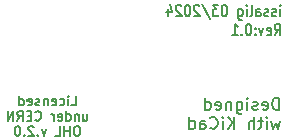
<source format=gbo>
%TF.GenerationSoftware,KiCad,Pcbnew,7.0.10-7.0.10~ubuntu22.04.1*%
%TF.CreationDate,2024-04-16T08:27:36+02:00*%
%TF.ProjectId,oric_comp_video,6f726963-5f63-46f6-9d70-5f766964656f,1*%
%TF.SameCoordinates,PX1b40518PY99d1710*%
%TF.FileFunction,Legend,Bot*%
%TF.FilePolarity,Positive*%
%FSLAX46Y46*%
G04 Gerber Fmt 4.6, Leading zero omitted, Abs format (unit mm)*
G04 Created by KiCad (PCBNEW 7.0.10-7.0.10~ubuntu22.04.1) date 2024-04-16 08:27:36*
%MOMM*%
%LPD*%
G01*
G04 APERTURE LIST*
%ADD10C,0.150000*%
%ADD11C,0.175000*%
G04 APERTURE END LIST*
D10*
X107530647Y71385305D02*
X107911599Y71385305D01*
X107911599Y71385305D02*
X107911599Y72185305D01*
X107263980Y71385305D02*
X107263980Y71918639D01*
X107263980Y72185305D02*
X107302076Y72147210D01*
X107302076Y72147210D02*
X107263980Y72109115D01*
X107263980Y72109115D02*
X107225885Y72147210D01*
X107225885Y72147210D02*
X107263980Y72185305D01*
X107263980Y72185305D02*
X107263980Y72109115D01*
X106540171Y71423400D02*
X106616362Y71385305D01*
X106616362Y71385305D02*
X106768743Y71385305D01*
X106768743Y71385305D02*
X106844933Y71423400D01*
X106844933Y71423400D02*
X106883028Y71461496D01*
X106883028Y71461496D02*
X106921124Y71537686D01*
X106921124Y71537686D02*
X106921124Y71766258D01*
X106921124Y71766258D02*
X106883028Y71842448D01*
X106883028Y71842448D02*
X106844933Y71880543D01*
X106844933Y71880543D02*
X106768743Y71918639D01*
X106768743Y71918639D02*
X106616362Y71918639D01*
X106616362Y71918639D02*
X106540171Y71880543D01*
X105892552Y71423400D02*
X105968743Y71385305D01*
X105968743Y71385305D02*
X106121124Y71385305D01*
X106121124Y71385305D02*
X106197314Y71423400D01*
X106197314Y71423400D02*
X106235410Y71499591D01*
X106235410Y71499591D02*
X106235410Y71804353D01*
X106235410Y71804353D02*
X106197314Y71880543D01*
X106197314Y71880543D02*
X106121124Y71918639D01*
X106121124Y71918639D02*
X105968743Y71918639D01*
X105968743Y71918639D02*
X105892552Y71880543D01*
X105892552Y71880543D02*
X105854457Y71804353D01*
X105854457Y71804353D02*
X105854457Y71728162D01*
X105854457Y71728162D02*
X106235410Y71651972D01*
X105511600Y71918639D02*
X105511600Y71385305D01*
X105511600Y71842448D02*
X105473505Y71880543D01*
X105473505Y71880543D02*
X105397315Y71918639D01*
X105397315Y71918639D02*
X105283029Y71918639D01*
X105283029Y71918639D02*
X105206838Y71880543D01*
X105206838Y71880543D02*
X105168743Y71804353D01*
X105168743Y71804353D02*
X105168743Y71385305D01*
X104825886Y71423400D02*
X104749695Y71385305D01*
X104749695Y71385305D02*
X104597314Y71385305D01*
X104597314Y71385305D02*
X104521124Y71423400D01*
X104521124Y71423400D02*
X104483028Y71499591D01*
X104483028Y71499591D02*
X104483028Y71537686D01*
X104483028Y71537686D02*
X104521124Y71613877D01*
X104521124Y71613877D02*
X104597314Y71651972D01*
X104597314Y71651972D02*
X104711600Y71651972D01*
X104711600Y71651972D02*
X104787790Y71690067D01*
X104787790Y71690067D02*
X104825886Y71766258D01*
X104825886Y71766258D02*
X104825886Y71804353D01*
X104825886Y71804353D02*
X104787790Y71880543D01*
X104787790Y71880543D02*
X104711600Y71918639D01*
X104711600Y71918639D02*
X104597314Y71918639D01*
X104597314Y71918639D02*
X104521124Y71880543D01*
X103835409Y71423400D02*
X103911600Y71385305D01*
X103911600Y71385305D02*
X104063981Y71385305D01*
X104063981Y71385305D02*
X104140171Y71423400D01*
X104140171Y71423400D02*
X104178267Y71499591D01*
X104178267Y71499591D02*
X104178267Y71804353D01*
X104178267Y71804353D02*
X104140171Y71880543D01*
X104140171Y71880543D02*
X104063981Y71918639D01*
X104063981Y71918639D02*
X103911600Y71918639D01*
X103911600Y71918639D02*
X103835409Y71880543D01*
X103835409Y71880543D02*
X103797314Y71804353D01*
X103797314Y71804353D02*
X103797314Y71728162D01*
X103797314Y71728162D02*
X104178267Y71651972D01*
X103111600Y71385305D02*
X103111600Y72185305D01*
X103111600Y71423400D02*
X103187791Y71385305D01*
X103187791Y71385305D02*
X103340172Y71385305D01*
X103340172Y71385305D02*
X103416362Y71423400D01*
X103416362Y71423400D02*
X103454457Y71461496D01*
X103454457Y71461496D02*
X103492553Y71537686D01*
X103492553Y71537686D02*
X103492553Y71766258D01*
X103492553Y71766258D02*
X103454457Y71842448D01*
X103454457Y71842448D02*
X103416362Y71880543D01*
X103416362Y71880543D02*
X103340172Y71918639D01*
X103340172Y71918639D02*
X103187791Y71918639D01*
X103187791Y71918639D02*
X103111600Y71880543D01*
X108540171Y70630639D02*
X108540171Y70097305D01*
X108883028Y70630639D02*
X108883028Y70211591D01*
X108883028Y70211591D02*
X108844933Y70135400D01*
X108844933Y70135400D02*
X108768743Y70097305D01*
X108768743Y70097305D02*
X108654457Y70097305D01*
X108654457Y70097305D02*
X108578266Y70135400D01*
X108578266Y70135400D02*
X108540171Y70173496D01*
X108159218Y70630639D02*
X108159218Y70097305D01*
X108159218Y70554448D02*
X108121123Y70592543D01*
X108121123Y70592543D02*
X108044933Y70630639D01*
X108044933Y70630639D02*
X107930647Y70630639D01*
X107930647Y70630639D02*
X107854456Y70592543D01*
X107854456Y70592543D02*
X107816361Y70516353D01*
X107816361Y70516353D02*
X107816361Y70097305D01*
X107092551Y70097305D02*
X107092551Y70897305D01*
X107092551Y70135400D02*
X107168742Y70097305D01*
X107168742Y70097305D02*
X107321123Y70097305D01*
X107321123Y70097305D02*
X107397313Y70135400D01*
X107397313Y70135400D02*
X107435408Y70173496D01*
X107435408Y70173496D02*
X107473504Y70249686D01*
X107473504Y70249686D02*
X107473504Y70478258D01*
X107473504Y70478258D02*
X107435408Y70554448D01*
X107435408Y70554448D02*
X107397313Y70592543D01*
X107397313Y70592543D02*
X107321123Y70630639D01*
X107321123Y70630639D02*
X107168742Y70630639D01*
X107168742Y70630639D02*
X107092551Y70592543D01*
X106406836Y70135400D02*
X106483027Y70097305D01*
X106483027Y70097305D02*
X106635408Y70097305D01*
X106635408Y70097305D02*
X106711598Y70135400D01*
X106711598Y70135400D02*
X106749694Y70211591D01*
X106749694Y70211591D02*
X106749694Y70516353D01*
X106749694Y70516353D02*
X106711598Y70592543D01*
X106711598Y70592543D02*
X106635408Y70630639D01*
X106635408Y70630639D02*
X106483027Y70630639D01*
X106483027Y70630639D02*
X106406836Y70592543D01*
X106406836Y70592543D02*
X106368741Y70516353D01*
X106368741Y70516353D02*
X106368741Y70440162D01*
X106368741Y70440162D02*
X106749694Y70363972D01*
X106025884Y70097305D02*
X106025884Y70630639D01*
X106025884Y70478258D02*
X105987789Y70554448D01*
X105987789Y70554448D02*
X105949694Y70592543D01*
X105949694Y70592543D02*
X105873503Y70630639D01*
X105873503Y70630639D02*
X105797313Y70630639D01*
X104463979Y70173496D02*
X104502075Y70135400D01*
X104502075Y70135400D02*
X104616360Y70097305D01*
X104616360Y70097305D02*
X104692551Y70097305D01*
X104692551Y70097305D02*
X104806837Y70135400D01*
X104806837Y70135400D02*
X104883027Y70211591D01*
X104883027Y70211591D02*
X104921122Y70287781D01*
X104921122Y70287781D02*
X104959218Y70440162D01*
X104959218Y70440162D02*
X104959218Y70554448D01*
X104959218Y70554448D02*
X104921122Y70706829D01*
X104921122Y70706829D02*
X104883027Y70783020D01*
X104883027Y70783020D02*
X104806837Y70859210D01*
X104806837Y70859210D02*
X104692551Y70897305D01*
X104692551Y70897305D02*
X104616360Y70897305D01*
X104616360Y70897305D02*
X104502075Y70859210D01*
X104502075Y70859210D02*
X104463979Y70821115D01*
X104121122Y70516353D02*
X103854456Y70516353D01*
X103740170Y70097305D02*
X104121122Y70097305D01*
X104121122Y70097305D02*
X104121122Y70897305D01*
X104121122Y70897305D02*
X103740170Y70897305D01*
X102940169Y70097305D02*
X103206836Y70478258D01*
X103397312Y70097305D02*
X103397312Y70897305D01*
X103397312Y70897305D02*
X103092550Y70897305D01*
X103092550Y70897305D02*
X103016360Y70859210D01*
X103016360Y70859210D02*
X102978265Y70821115D01*
X102978265Y70821115D02*
X102940169Y70744924D01*
X102940169Y70744924D02*
X102940169Y70630639D01*
X102940169Y70630639D02*
X102978265Y70554448D01*
X102978265Y70554448D02*
X103016360Y70516353D01*
X103016360Y70516353D02*
X103092550Y70478258D01*
X103092550Y70478258D02*
X103397312Y70478258D01*
X102597312Y70097305D02*
X102597312Y70897305D01*
X102597312Y70897305D02*
X102140169Y70097305D01*
X102140169Y70097305D02*
X102140169Y70897305D01*
X108083027Y69609305D02*
X107930646Y69609305D01*
X107930646Y69609305D02*
X107854456Y69571210D01*
X107854456Y69571210D02*
X107778265Y69495020D01*
X107778265Y69495020D02*
X107740170Y69342639D01*
X107740170Y69342639D02*
X107740170Y69075972D01*
X107740170Y69075972D02*
X107778265Y68923591D01*
X107778265Y68923591D02*
X107854456Y68847400D01*
X107854456Y68847400D02*
X107930646Y68809305D01*
X107930646Y68809305D02*
X108083027Y68809305D01*
X108083027Y68809305D02*
X108159218Y68847400D01*
X108159218Y68847400D02*
X108235408Y68923591D01*
X108235408Y68923591D02*
X108273504Y69075972D01*
X108273504Y69075972D02*
X108273504Y69342639D01*
X108273504Y69342639D02*
X108235408Y69495020D01*
X108235408Y69495020D02*
X108159218Y69571210D01*
X108159218Y69571210D02*
X108083027Y69609305D01*
X107397313Y68809305D02*
X107397313Y69609305D01*
X107397313Y69228353D02*
X106940170Y69228353D01*
X106940170Y68809305D02*
X106940170Y69609305D01*
X106178266Y68809305D02*
X106559218Y68809305D01*
X106559218Y68809305D02*
X106559218Y69609305D01*
X105378266Y69342639D02*
X105187790Y68809305D01*
X105187790Y68809305D02*
X104997313Y69342639D01*
X104692551Y68885496D02*
X104654456Y68847400D01*
X104654456Y68847400D02*
X104692551Y68809305D01*
X104692551Y68809305D02*
X104730647Y68847400D01*
X104730647Y68847400D02*
X104692551Y68885496D01*
X104692551Y68885496D02*
X104692551Y68809305D01*
X104349695Y69533115D02*
X104311599Y69571210D01*
X104311599Y69571210D02*
X104235409Y69609305D01*
X104235409Y69609305D02*
X104044933Y69609305D01*
X104044933Y69609305D02*
X103968742Y69571210D01*
X103968742Y69571210D02*
X103930647Y69533115D01*
X103930647Y69533115D02*
X103892552Y69456924D01*
X103892552Y69456924D02*
X103892552Y69380734D01*
X103892552Y69380734D02*
X103930647Y69266448D01*
X103930647Y69266448D02*
X104387790Y68809305D01*
X104387790Y68809305D02*
X103892552Y68809305D01*
X103549694Y68885496D02*
X103511599Y68847400D01*
X103511599Y68847400D02*
X103549694Y68809305D01*
X103549694Y68809305D02*
X103587790Y68847400D01*
X103587790Y68847400D02*
X103549694Y68885496D01*
X103549694Y68885496D02*
X103549694Y68809305D01*
X103016361Y69609305D02*
X102940171Y69609305D01*
X102940171Y69609305D02*
X102863980Y69571210D01*
X102863980Y69571210D02*
X102825885Y69533115D01*
X102825885Y69533115D02*
X102787790Y69456924D01*
X102787790Y69456924D02*
X102749695Y69304543D01*
X102749695Y69304543D02*
X102749695Y69114067D01*
X102749695Y69114067D02*
X102787790Y68961686D01*
X102787790Y68961686D02*
X102825885Y68885496D01*
X102825885Y68885496D02*
X102863980Y68847400D01*
X102863980Y68847400D02*
X102940171Y68809305D01*
X102940171Y68809305D02*
X103016361Y68809305D01*
X103016361Y68809305D02*
X103092552Y68847400D01*
X103092552Y68847400D02*
X103130647Y68885496D01*
X103130647Y68885496D02*
X103168742Y68961686D01*
X103168742Y68961686D02*
X103206838Y69114067D01*
X103206838Y69114067D02*
X103206838Y69304543D01*
X103206838Y69304543D02*
X103168742Y69456924D01*
X103168742Y69456924D02*
X103130647Y69533115D01*
X103130647Y69533115D02*
X103092552Y69571210D01*
X103092552Y69571210D02*
X103016361Y69609305D01*
D11*
X125097373Y71014281D02*
X125097373Y72014281D01*
X125097373Y72014281D02*
X124859278Y72014281D01*
X124859278Y72014281D02*
X124716421Y71966662D01*
X124716421Y71966662D02*
X124621183Y71871424D01*
X124621183Y71871424D02*
X124573564Y71776186D01*
X124573564Y71776186D02*
X124525945Y71585710D01*
X124525945Y71585710D02*
X124525945Y71442853D01*
X124525945Y71442853D02*
X124573564Y71252377D01*
X124573564Y71252377D02*
X124621183Y71157139D01*
X124621183Y71157139D02*
X124716421Y71061900D01*
X124716421Y71061900D02*
X124859278Y71014281D01*
X124859278Y71014281D02*
X125097373Y71014281D01*
X123716421Y71061900D02*
X123811659Y71014281D01*
X123811659Y71014281D02*
X124002135Y71014281D01*
X124002135Y71014281D02*
X124097373Y71061900D01*
X124097373Y71061900D02*
X124144992Y71157139D01*
X124144992Y71157139D02*
X124144992Y71538091D01*
X124144992Y71538091D02*
X124097373Y71633329D01*
X124097373Y71633329D02*
X124002135Y71680948D01*
X124002135Y71680948D02*
X123811659Y71680948D01*
X123811659Y71680948D02*
X123716421Y71633329D01*
X123716421Y71633329D02*
X123668802Y71538091D01*
X123668802Y71538091D02*
X123668802Y71442853D01*
X123668802Y71442853D02*
X124144992Y71347615D01*
X123287849Y71061900D02*
X123192611Y71014281D01*
X123192611Y71014281D02*
X123002135Y71014281D01*
X123002135Y71014281D02*
X122906897Y71061900D01*
X122906897Y71061900D02*
X122859278Y71157139D01*
X122859278Y71157139D02*
X122859278Y71204758D01*
X122859278Y71204758D02*
X122906897Y71299996D01*
X122906897Y71299996D02*
X123002135Y71347615D01*
X123002135Y71347615D02*
X123144992Y71347615D01*
X123144992Y71347615D02*
X123240230Y71395234D01*
X123240230Y71395234D02*
X123287849Y71490472D01*
X123287849Y71490472D02*
X123287849Y71538091D01*
X123287849Y71538091D02*
X123240230Y71633329D01*
X123240230Y71633329D02*
X123144992Y71680948D01*
X123144992Y71680948D02*
X123002135Y71680948D01*
X123002135Y71680948D02*
X122906897Y71633329D01*
X122430706Y71014281D02*
X122430706Y71680948D01*
X122430706Y72014281D02*
X122478325Y71966662D01*
X122478325Y71966662D02*
X122430706Y71919043D01*
X122430706Y71919043D02*
X122383087Y71966662D01*
X122383087Y71966662D02*
X122430706Y72014281D01*
X122430706Y72014281D02*
X122430706Y71919043D01*
X121525945Y71680948D02*
X121525945Y70871424D01*
X121525945Y70871424D02*
X121573564Y70776186D01*
X121573564Y70776186D02*
X121621183Y70728567D01*
X121621183Y70728567D02*
X121716421Y70680948D01*
X121716421Y70680948D02*
X121859278Y70680948D01*
X121859278Y70680948D02*
X121954516Y70728567D01*
X121525945Y71061900D02*
X121621183Y71014281D01*
X121621183Y71014281D02*
X121811659Y71014281D01*
X121811659Y71014281D02*
X121906897Y71061900D01*
X121906897Y71061900D02*
X121954516Y71109520D01*
X121954516Y71109520D02*
X122002135Y71204758D01*
X122002135Y71204758D02*
X122002135Y71490472D01*
X122002135Y71490472D02*
X121954516Y71585710D01*
X121954516Y71585710D02*
X121906897Y71633329D01*
X121906897Y71633329D02*
X121811659Y71680948D01*
X121811659Y71680948D02*
X121621183Y71680948D01*
X121621183Y71680948D02*
X121525945Y71633329D01*
X121049754Y71680948D02*
X121049754Y71014281D01*
X121049754Y71585710D02*
X121002135Y71633329D01*
X121002135Y71633329D02*
X120906897Y71680948D01*
X120906897Y71680948D02*
X120764040Y71680948D01*
X120764040Y71680948D02*
X120668802Y71633329D01*
X120668802Y71633329D02*
X120621183Y71538091D01*
X120621183Y71538091D02*
X120621183Y71014281D01*
X119764040Y71061900D02*
X119859278Y71014281D01*
X119859278Y71014281D02*
X120049754Y71014281D01*
X120049754Y71014281D02*
X120144992Y71061900D01*
X120144992Y71061900D02*
X120192611Y71157139D01*
X120192611Y71157139D02*
X120192611Y71538091D01*
X120192611Y71538091D02*
X120144992Y71633329D01*
X120144992Y71633329D02*
X120049754Y71680948D01*
X120049754Y71680948D02*
X119859278Y71680948D01*
X119859278Y71680948D02*
X119764040Y71633329D01*
X119764040Y71633329D02*
X119716421Y71538091D01*
X119716421Y71538091D02*
X119716421Y71442853D01*
X119716421Y71442853D02*
X120192611Y71347615D01*
X118859278Y71014281D02*
X118859278Y72014281D01*
X118859278Y71061900D02*
X118954516Y71014281D01*
X118954516Y71014281D02*
X119144992Y71014281D01*
X119144992Y71014281D02*
X119240230Y71061900D01*
X119240230Y71061900D02*
X119287849Y71109520D01*
X119287849Y71109520D02*
X119335468Y71204758D01*
X119335468Y71204758D02*
X119335468Y71490472D01*
X119335468Y71490472D02*
X119287849Y71585710D01*
X119287849Y71585710D02*
X119240230Y71633329D01*
X119240230Y71633329D02*
X119144992Y71680948D01*
X119144992Y71680948D02*
X118954516Y71680948D01*
X118954516Y71680948D02*
X118859278Y71633329D01*
X125192611Y70070948D02*
X125002135Y69404281D01*
X125002135Y69404281D02*
X124811659Y69880472D01*
X124811659Y69880472D02*
X124621183Y69404281D01*
X124621183Y69404281D02*
X124430707Y70070948D01*
X124049754Y69404281D02*
X124049754Y70070948D01*
X124049754Y70404281D02*
X124097373Y70356662D01*
X124097373Y70356662D02*
X124049754Y70309043D01*
X124049754Y70309043D02*
X124002135Y70356662D01*
X124002135Y70356662D02*
X124049754Y70404281D01*
X124049754Y70404281D02*
X124049754Y70309043D01*
X123716421Y70070948D02*
X123335469Y70070948D01*
X123573564Y70404281D02*
X123573564Y69547139D01*
X123573564Y69547139D02*
X123525945Y69451900D01*
X123525945Y69451900D02*
X123430707Y69404281D01*
X123430707Y69404281D02*
X123335469Y69404281D01*
X123002135Y69404281D02*
X123002135Y70404281D01*
X122573564Y69404281D02*
X122573564Y69928091D01*
X122573564Y69928091D02*
X122621183Y70023329D01*
X122621183Y70023329D02*
X122716421Y70070948D01*
X122716421Y70070948D02*
X122859278Y70070948D01*
X122859278Y70070948D02*
X122954516Y70023329D01*
X122954516Y70023329D02*
X123002135Y69975710D01*
X121335468Y69404281D02*
X121335468Y70404281D01*
X120764040Y69404281D02*
X121192611Y69975710D01*
X120764040Y70404281D02*
X121335468Y69832853D01*
X120335468Y69404281D02*
X120335468Y70070948D01*
X120335468Y70404281D02*
X120383087Y70356662D01*
X120383087Y70356662D02*
X120335468Y70309043D01*
X120335468Y70309043D02*
X120287849Y70356662D01*
X120287849Y70356662D02*
X120335468Y70404281D01*
X120335468Y70404281D02*
X120335468Y70309043D01*
X119287850Y69499520D02*
X119335469Y69451900D01*
X119335469Y69451900D02*
X119478326Y69404281D01*
X119478326Y69404281D02*
X119573564Y69404281D01*
X119573564Y69404281D02*
X119716421Y69451900D01*
X119716421Y69451900D02*
X119811659Y69547139D01*
X119811659Y69547139D02*
X119859278Y69642377D01*
X119859278Y69642377D02*
X119906897Y69832853D01*
X119906897Y69832853D02*
X119906897Y69975710D01*
X119906897Y69975710D02*
X119859278Y70166186D01*
X119859278Y70166186D02*
X119811659Y70261424D01*
X119811659Y70261424D02*
X119716421Y70356662D01*
X119716421Y70356662D02*
X119573564Y70404281D01*
X119573564Y70404281D02*
X119478326Y70404281D01*
X119478326Y70404281D02*
X119335469Y70356662D01*
X119335469Y70356662D02*
X119287850Y70309043D01*
X118430707Y69404281D02*
X118430707Y69928091D01*
X118430707Y69928091D02*
X118478326Y70023329D01*
X118478326Y70023329D02*
X118573564Y70070948D01*
X118573564Y70070948D02*
X118764040Y70070948D01*
X118764040Y70070948D02*
X118859278Y70023329D01*
X118430707Y69451900D02*
X118525945Y69404281D01*
X118525945Y69404281D02*
X118764040Y69404281D01*
X118764040Y69404281D02*
X118859278Y69451900D01*
X118859278Y69451900D02*
X118906897Y69547139D01*
X118906897Y69547139D02*
X118906897Y69642377D01*
X118906897Y69642377D02*
X118859278Y69737615D01*
X118859278Y69737615D02*
X118764040Y69785234D01*
X118764040Y69785234D02*
X118525945Y69785234D01*
X118525945Y69785234D02*
X118430707Y69832853D01*
X117525945Y69404281D02*
X117525945Y70404281D01*
X117525945Y69451900D02*
X117621183Y69404281D01*
X117621183Y69404281D02*
X117811659Y69404281D01*
X117811659Y69404281D02*
X117906897Y69451900D01*
X117906897Y69451900D02*
X117954516Y69499520D01*
X117954516Y69499520D02*
X118002135Y69594758D01*
X118002135Y69594758D02*
X118002135Y69880472D01*
X118002135Y69880472D02*
X117954516Y69975710D01*
X117954516Y69975710D02*
X117906897Y70023329D01*
X117906897Y70023329D02*
X117811659Y70070948D01*
X117811659Y70070948D02*
X117621183Y70070948D01*
X117621183Y70070948D02*
X117525945Y70023329D01*
X125195792Y78913681D02*
X125195792Y79580348D01*
X125195792Y79913681D02*
X125233888Y79866062D01*
X125233888Y79866062D02*
X125195792Y79818443D01*
X125195792Y79818443D02*
X125157697Y79866062D01*
X125157697Y79866062D02*
X125195792Y79913681D01*
X125195792Y79913681D02*
X125195792Y79818443D01*
X124852936Y78961300D02*
X124776745Y78913681D01*
X124776745Y78913681D02*
X124624364Y78913681D01*
X124624364Y78913681D02*
X124548174Y78961300D01*
X124548174Y78961300D02*
X124510078Y79056539D01*
X124510078Y79056539D02*
X124510078Y79104158D01*
X124510078Y79104158D02*
X124548174Y79199396D01*
X124548174Y79199396D02*
X124624364Y79247015D01*
X124624364Y79247015D02*
X124738650Y79247015D01*
X124738650Y79247015D02*
X124814840Y79294634D01*
X124814840Y79294634D02*
X124852936Y79389872D01*
X124852936Y79389872D02*
X124852936Y79437491D01*
X124852936Y79437491D02*
X124814840Y79532729D01*
X124814840Y79532729D02*
X124738650Y79580348D01*
X124738650Y79580348D02*
X124624364Y79580348D01*
X124624364Y79580348D02*
X124548174Y79532729D01*
X124205317Y78961300D02*
X124129126Y78913681D01*
X124129126Y78913681D02*
X123976745Y78913681D01*
X123976745Y78913681D02*
X123900555Y78961300D01*
X123900555Y78961300D02*
X123862459Y79056539D01*
X123862459Y79056539D02*
X123862459Y79104158D01*
X123862459Y79104158D02*
X123900555Y79199396D01*
X123900555Y79199396D02*
X123976745Y79247015D01*
X123976745Y79247015D02*
X124091031Y79247015D01*
X124091031Y79247015D02*
X124167221Y79294634D01*
X124167221Y79294634D02*
X124205317Y79389872D01*
X124205317Y79389872D02*
X124205317Y79437491D01*
X124205317Y79437491D02*
X124167221Y79532729D01*
X124167221Y79532729D02*
X124091031Y79580348D01*
X124091031Y79580348D02*
X123976745Y79580348D01*
X123976745Y79580348D02*
X123900555Y79532729D01*
X123176745Y78913681D02*
X123176745Y79437491D01*
X123176745Y79437491D02*
X123214840Y79532729D01*
X123214840Y79532729D02*
X123291031Y79580348D01*
X123291031Y79580348D02*
X123443412Y79580348D01*
X123443412Y79580348D02*
X123519602Y79532729D01*
X123176745Y78961300D02*
X123252936Y78913681D01*
X123252936Y78913681D02*
X123443412Y78913681D01*
X123443412Y78913681D02*
X123519602Y78961300D01*
X123519602Y78961300D02*
X123557698Y79056539D01*
X123557698Y79056539D02*
X123557698Y79151777D01*
X123557698Y79151777D02*
X123519602Y79247015D01*
X123519602Y79247015D02*
X123443412Y79294634D01*
X123443412Y79294634D02*
X123252936Y79294634D01*
X123252936Y79294634D02*
X123176745Y79342253D01*
X122681507Y78913681D02*
X122757697Y78961300D01*
X122757697Y78961300D02*
X122795792Y79056539D01*
X122795792Y79056539D02*
X122795792Y79913681D01*
X122376744Y78913681D02*
X122376744Y79580348D01*
X122376744Y79913681D02*
X122414840Y79866062D01*
X122414840Y79866062D02*
X122376744Y79818443D01*
X122376744Y79818443D02*
X122338649Y79866062D01*
X122338649Y79866062D02*
X122376744Y79913681D01*
X122376744Y79913681D02*
X122376744Y79818443D01*
X121652935Y79580348D02*
X121652935Y78770824D01*
X121652935Y78770824D02*
X121691030Y78675586D01*
X121691030Y78675586D02*
X121729126Y78627967D01*
X121729126Y78627967D02*
X121805316Y78580348D01*
X121805316Y78580348D02*
X121919602Y78580348D01*
X121919602Y78580348D02*
X121995792Y78627967D01*
X121652935Y78961300D02*
X121729126Y78913681D01*
X121729126Y78913681D02*
X121881507Y78913681D01*
X121881507Y78913681D02*
X121957697Y78961300D01*
X121957697Y78961300D02*
X121995792Y79008920D01*
X121995792Y79008920D02*
X122033888Y79104158D01*
X122033888Y79104158D02*
X122033888Y79389872D01*
X122033888Y79389872D02*
X121995792Y79485110D01*
X121995792Y79485110D02*
X121957697Y79532729D01*
X121957697Y79532729D02*
X121881507Y79580348D01*
X121881507Y79580348D02*
X121729126Y79580348D01*
X121729126Y79580348D02*
X121652935Y79532729D01*
X120510077Y79913681D02*
X120433887Y79913681D01*
X120433887Y79913681D02*
X120357696Y79866062D01*
X120357696Y79866062D02*
X120319601Y79818443D01*
X120319601Y79818443D02*
X120281506Y79723205D01*
X120281506Y79723205D02*
X120243411Y79532729D01*
X120243411Y79532729D02*
X120243411Y79294634D01*
X120243411Y79294634D02*
X120281506Y79104158D01*
X120281506Y79104158D02*
X120319601Y79008920D01*
X120319601Y79008920D02*
X120357696Y78961300D01*
X120357696Y78961300D02*
X120433887Y78913681D01*
X120433887Y78913681D02*
X120510077Y78913681D01*
X120510077Y78913681D02*
X120586268Y78961300D01*
X120586268Y78961300D02*
X120624363Y79008920D01*
X120624363Y79008920D02*
X120662458Y79104158D01*
X120662458Y79104158D02*
X120700554Y79294634D01*
X120700554Y79294634D02*
X120700554Y79532729D01*
X120700554Y79532729D02*
X120662458Y79723205D01*
X120662458Y79723205D02*
X120624363Y79818443D01*
X120624363Y79818443D02*
X120586268Y79866062D01*
X120586268Y79866062D02*
X120510077Y79913681D01*
X119976744Y79913681D02*
X119481506Y79913681D01*
X119481506Y79913681D02*
X119748172Y79532729D01*
X119748172Y79532729D02*
X119633887Y79532729D01*
X119633887Y79532729D02*
X119557696Y79485110D01*
X119557696Y79485110D02*
X119519601Y79437491D01*
X119519601Y79437491D02*
X119481506Y79342253D01*
X119481506Y79342253D02*
X119481506Y79104158D01*
X119481506Y79104158D02*
X119519601Y79008920D01*
X119519601Y79008920D02*
X119557696Y78961300D01*
X119557696Y78961300D02*
X119633887Y78913681D01*
X119633887Y78913681D02*
X119862458Y78913681D01*
X119862458Y78913681D02*
X119938649Y78961300D01*
X119938649Y78961300D02*
X119976744Y79008920D01*
X118567220Y79961300D02*
X119252934Y78675586D01*
X118338649Y79818443D02*
X118300553Y79866062D01*
X118300553Y79866062D02*
X118224363Y79913681D01*
X118224363Y79913681D02*
X118033887Y79913681D01*
X118033887Y79913681D02*
X117957696Y79866062D01*
X117957696Y79866062D02*
X117919601Y79818443D01*
X117919601Y79818443D02*
X117881506Y79723205D01*
X117881506Y79723205D02*
X117881506Y79627967D01*
X117881506Y79627967D02*
X117919601Y79485110D01*
X117919601Y79485110D02*
X118376744Y78913681D01*
X118376744Y78913681D02*
X117881506Y78913681D01*
X117386267Y79913681D02*
X117310077Y79913681D01*
X117310077Y79913681D02*
X117233886Y79866062D01*
X117233886Y79866062D02*
X117195791Y79818443D01*
X117195791Y79818443D02*
X117157696Y79723205D01*
X117157696Y79723205D02*
X117119601Y79532729D01*
X117119601Y79532729D02*
X117119601Y79294634D01*
X117119601Y79294634D02*
X117157696Y79104158D01*
X117157696Y79104158D02*
X117195791Y79008920D01*
X117195791Y79008920D02*
X117233886Y78961300D01*
X117233886Y78961300D02*
X117310077Y78913681D01*
X117310077Y78913681D02*
X117386267Y78913681D01*
X117386267Y78913681D02*
X117462458Y78961300D01*
X117462458Y78961300D02*
X117500553Y79008920D01*
X117500553Y79008920D02*
X117538648Y79104158D01*
X117538648Y79104158D02*
X117576744Y79294634D01*
X117576744Y79294634D02*
X117576744Y79532729D01*
X117576744Y79532729D02*
X117538648Y79723205D01*
X117538648Y79723205D02*
X117500553Y79818443D01*
X117500553Y79818443D02*
X117462458Y79866062D01*
X117462458Y79866062D02*
X117386267Y79913681D01*
X116814839Y79818443D02*
X116776743Y79866062D01*
X116776743Y79866062D02*
X116700553Y79913681D01*
X116700553Y79913681D02*
X116510077Y79913681D01*
X116510077Y79913681D02*
X116433886Y79866062D01*
X116433886Y79866062D02*
X116395791Y79818443D01*
X116395791Y79818443D02*
X116357696Y79723205D01*
X116357696Y79723205D02*
X116357696Y79627967D01*
X116357696Y79627967D02*
X116395791Y79485110D01*
X116395791Y79485110D02*
X116852934Y78913681D01*
X116852934Y78913681D02*
X116357696Y78913681D01*
X115671981Y79580348D02*
X115671981Y78913681D01*
X115862457Y79961300D02*
X116052934Y79247015D01*
X116052934Y79247015D02*
X115557695Y79247015D01*
X124738649Y77303681D02*
X125005316Y77779872D01*
X125195792Y77303681D02*
X125195792Y78303681D01*
X125195792Y78303681D02*
X124891030Y78303681D01*
X124891030Y78303681D02*
X124814840Y78256062D01*
X124814840Y78256062D02*
X124776745Y78208443D01*
X124776745Y78208443D02*
X124738649Y78113205D01*
X124738649Y78113205D02*
X124738649Y77970348D01*
X124738649Y77970348D02*
X124776745Y77875110D01*
X124776745Y77875110D02*
X124814840Y77827491D01*
X124814840Y77827491D02*
X124891030Y77779872D01*
X124891030Y77779872D02*
X125195792Y77779872D01*
X124091030Y77351300D02*
X124167221Y77303681D01*
X124167221Y77303681D02*
X124319602Y77303681D01*
X124319602Y77303681D02*
X124395792Y77351300D01*
X124395792Y77351300D02*
X124433888Y77446539D01*
X124433888Y77446539D02*
X124433888Y77827491D01*
X124433888Y77827491D02*
X124395792Y77922729D01*
X124395792Y77922729D02*
X124319602Y77970348D01*
X124319602Y77970348D02*
X124167221Y77970348D01*
X124167221Y77970348D02*
X124091030Y77922729D01*
X124091030Y77922729D02*
X124052935Y77827491D01*
X124052935Y77827491D02*
X124052935Y77732253D01*
X124052935Y77732253D02*
X124433888Y77637015D01*
X123786269Y77970348D02*
X123595793Y77303681D01*
X123595793Y77303681D02*
X123405316Y77970348D01*
X123100554Y77398920D02*
X123062459Y77351300D01*
X123062459Y77351300D02*
X123100554Y77303681D01*
X123100554Y77303681D02*
X123138650Y77351300D01*
X123138650Y77351300D02*
X123100554Y77398920D01*
X123100554Y77398920D02*
X123100554Y77303681D01*
X123100554Y77922729D02*
X123062459Y77875110D01*
X123062459Y77875110D02*
X123100554Y77827491D01*
X123100554Y77827491D02*
X123138650Y77875110D01*
X123138650Y77875110D02*
X123100554Y77922729D01*
X123100554Y77922729D02*
X123100554Y77827491D01*
X122567221Y78303681D02*
X122491031Y78303681D01*
X122491031Y78303681D02*
X122414840Y78256062D01*
X122414840Y78256062D02*
X122376745Y78208443D01*
X122376745Y78208443D02*
X122338650Y78113205D01*
X122338650Y78113205D02*
X122300555Y77922729D01*
X122300555Y77922729D02*
X122300555Y77684634D01*
X122300555Y77684634D02*
X122338650Y77494158D01*
X122338650Y77494158D02*
X122376745Y77398920D01*
X122376745Y77398920D02*
X122414840Y77351300D01*
X122414840Y77351300D02*
X122491031Y77303681D01*
X122491031Y77303681D02*
X122567221Y77303681D01*
X122567221Y77303681D02*
X122643412Y77351300D01*
X122643412Y77351300D02*
X122681507Y77398920D01*
X122681507Y77398920D02*
X122719602Y77494158D01*
X122719602Y77494158D02*
X122757698Y77684634D01*
X122757698Y77684634D02*
X122757698Y77922729D01*
X122757698Y77922729D02*
X122719602Y78113205D01*
X122719602Y78113205D02*
X122681507Y78208443D01*
X122681507Y78208443D02*
X122643412Y78256062D01*
X122643412Y78256062D02*
X122567221Y78303681D01*
X121957697Y77398920D02*
X121919602Y77351300D01*
X121919602Y77351300D02*
X121957697Y77303681D01*
X121957697Y77303681D02*
X121995793Y77351300D01*
X121995793Y77351300D02*
X121957697Y77398920D01*
X121957697Y77398920D02*
X121957697Y77303681D01*
X121157698Y77303681D02*
X121614841Y77303681D01*
X121386269Y77303681D02*
X121386269Y78303681D01*
X121386269Y78303681D02*
X121462460Y78160824D01*
X121462460Y78160824D02*
X121538650Y78065586D01*
X121538650Y78065586D02*
X121614841Y78017967D01*
M02*

</source>
